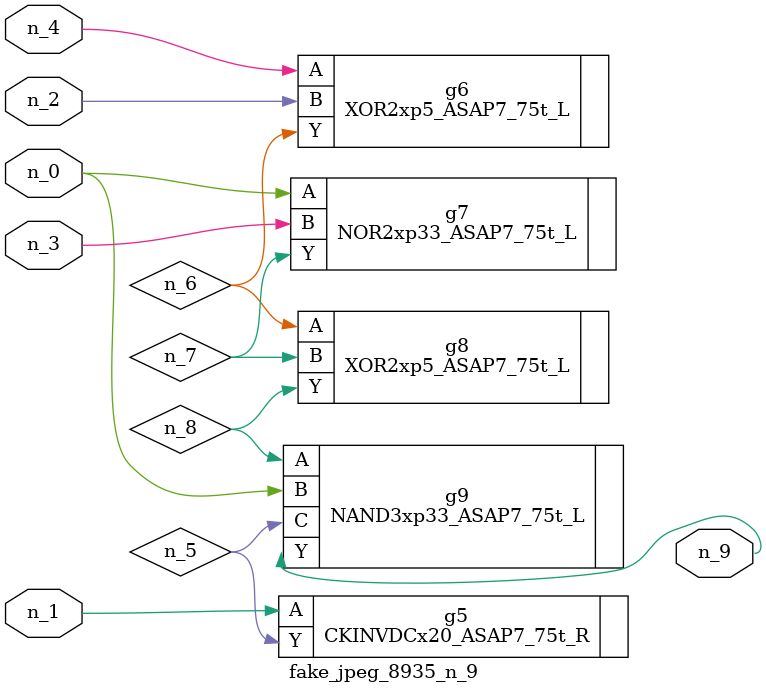
<source format=v>
module fake_jpeg_8935_n_9 (n_3, n_2, n_1, n_0, n_4, n_9);

input n_3;
input n_2;
input n_1;
input n_0;
input n_4;

output n_9;

wire n_8;
wire n_6;
wire n_5;
wire n_7;

CKINVDCx20_ASAP7_75t_R g5 ( 
.A(n_1),
.Y(n_5)
);

XOR2xp5_ASAP7_75t_L g6 ( 
.A(n_4),
.B(n_2),
.Y(n_6)
);

NOR2xp33_ASAP7_75t_L g7 ( 
.A(n_0),
.B(n_3),
.Y(n_7)
);

XOR2xp5_ASAP7_75t_L g8 ( 
.A(n_6),
.B(n_7),
.Y(n_8)
);

NAND3xp33_ASAP7_75t_L g9 ( 
.A(n_8),
.B(n_0),
.C(n_5),
.Y(n_9)
);


endmodule
</source>
